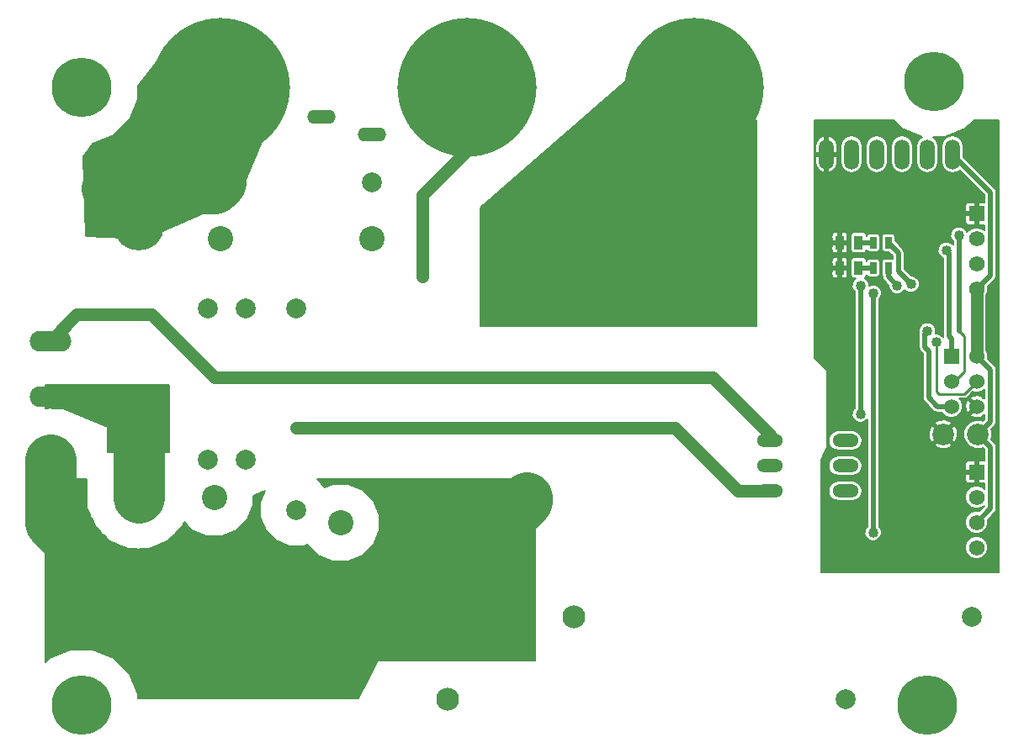
<source format=gtl>
G04 (created by PCBNEW (2013-mar-13)-testing) date Tue 07 May 2013 10:03:09 PM CEST*
%MOIN*%
G04 Gerber Fmt 3.4, Leading zero omitted, Abs format*
%FSLAX34Y34*%
G01*
G70*
G90*
G04 APERTURE LIST*
%ADD10C,2.3622e-06*%
%ADD11C,0.551181*%
%ADD12O,0.165X0.0825*%
%ADD13O,0.0593X0.1187*%
%ADD14C,0.0787*%
%ADD15C,0.0906*%
%ADD16C,0.2*%
%ADD17C,0.0859*%
%ADD18C,0.06*%
%ADD19R,0.06X0.06*%
%ADD20R,0.062X0.062*%
%ADD21C,0.062*%
%ADD22C,0.1575*%
%ADD23O,0.112X0.056*%
%ADD24C,0.1*%
%ADD25O,0.104X0.052*%
%ADD26C,0.2362*%
%ADD27R,0.035X0.055*%
%ADD28R,0.025X0.045*%
%ADD29C,0.04*%
%ADD30C,0.2047*%
%ADD31C,0.02*%
%ADD32C,0.01*%
%ADD33C,0.05*%
%ADD34C,0.008*%
G04 APERTURE END LIST*
G54D10*
G54D11*
X47250Y-28750D03*
X57000Y-28750D03*
X66000Y-28750D03*
G54D12*
X40500Y-43200D03*
X40500Y-41000D03*
X40500Y-38800D03*
G54D13*
X71250Y-31400D03*
X72250Y-31400D03*
X73250Y-31400D03*
X74250Y-31400D03*
X75250Y-31400D03*
X76250Y-31400D03*
G54D14*
X72000Y-53000D03*
G54D15*
X56252Y-53000D03*
G54D16*
X44000Y-45000D03*
X44000Y-42000D03*
X44000Y-31200D03*
X44000Y-34200D03*
G54D14*
X46750Y-43500D03*
X46750Y-37500D03*
X48250Y-43500D03*
X48250Y-37500D03*
X50250Y-37500D03*
X50250Y-45500D03*
G54D17*
X77250Y-42500D03*
X75875Y-42500D03*
G54D18*
X77200Y-39400D03*
X76200Y-40400D03*
X77200Y-40400D03*
X76200Y-41400D03*
X77200Y-41400D03*
G54D19*
X76200Y-39400D03*
G54D20*
X77200Y-44000D03*
G54D21*
X77200Y-45000D03*
X77200Y-46000D03*
X77200Y-47000D03*
G54D20*
X77200Y-33750D03*
G54D21*
X77200Y-34750D03*
X77200Y-35750D03*
X77200Y-36750D03*
G54D22*
X59374Y-45000D03*
X59374Y-37126D03*
G54D23*
X51250Y-29900D03*
X53250Y-30600D03*
G54D24*
X52000Y-46000D03*
X52000Y-52000D03*
X47250Y-34750D03*
X53250Y-34750D03*
X47000Y-45000D03*
X47000Y-49000D03*
G54D25*
X72000Y-44750D03*
X72000Y-43750D03*
X72000Y-42750D03*
X69000Y-42750D03*
X69000Y-43750D03*
X69000Y-44750D03*
G54D26*
X41750Y-28750D03*
X75500Y-28500D03*
X41750Y-53250D03*
X75250Y-53250D03*
G54D14*
X47250Y-32500D03*
X53250Y-32500D03*
G54D27*
X72525Y-35900D03*
X71775Y-35900D03*
X72525Y-34900D03*
X71775Y-34900D03*
G54D28*
X73700Y-34900D03*
X73100Y-34900D03*
X73700Y-35900D03*
X73100Y-35900D03*
G54D14*
X77000Y-49750D03*
G54D15*
X61252Y-49750D03*
G54D29*
X76000Y-35200D03*
X75600Y-38850D03*
X55250Y-36250D03*
X75250Y-38400D03*
X76500Y-34600D03*
X74300Y-46700D03*
X73600Y-46700D03*
X72200Y-46700D03*
X72100Y-46100D03*
X71300Y-45600D03*
X75550Y-37850D03*
X75350Y-37250D03*
X76000Y-45750D03*
X75250Y-45750D03*
X74600Y-36550D03*
X74050Y-36600D03*
X50250Y-42250D03*
X72600Y-41700D03*
X72600Y-36600D03*
X73100Y-36900D03*
X73100Y-46400D03*
G54D30*
X44000Y-45000D02*
X44000Y-42000D01*
G54D31*
X76200Y-39400D02*
X76200Y-38700D01*
X76100Y-35300D02*
X76000Y-35200D01*
X76100Y-38600D02*
X76100Y-35300D01*
X76200Y-38700D02*
X76100Y-38600D01*
G54D32*
X77200Y-40400D02*
X76700Y-40900D01*
X75600Y-38850D02*
X75600Y-38850D01*
X75600Y-40800D02*
X75600Y-38850D01*
X75700Y-40900D02*
X75600Y-40800D01*
X76700Y-40900D02*
X75700Y-40900D01*
G54D33*
X57000Y-28750D02*
X57000Y-31250D01*
X55250Y-33000D02*
X55250Y-36250D01*
X57000Y-31250D02*
X55250Y-33000D01*
G54D31*
X76200Y-41400D02*
X75650Y-41400D01*
X75150Y-38500D02*
X75250Y-38400D01*
X75150Y-38500D02*
X75150Y-39050D01*
X75300Y-39200D02*
X75150Y-39050D01*
X75300Y-41050D02*
X75300Y-39200D01*
X75650Y-41400D02*
X75300Y-41050D01*
G54D32*
X76700Y-38600D02*
X76500Y-38400D01*
X76200Y-40400D02*
X76300Y-40400D01*
X76700Y-40000D02*
X76700Y-39500D01*
X76300Y-40400D02*
X76700Y-40000D01*
X76700Y-39500D02*
X76700Y-38600D01*
G54D31*
X76500Y-38400D02*
X76500Y-34600D01*
X73400Y-46900D02*
X73600Y-46700D01*
X72400Y-46900D02*
X73400Y-46900D01*
X72200Y-46700D02*
X72400Y-46900D01*
X72000Y-46100D02*
X72100Y-46100D01*
X71300Y-45600D02*
X72000Y-46100D01*
X75550Y-37450D02*
X75550Y-37850D01*
X75350Y-37250D02*
X75550Y-37450D01*
X75250Y-45750D02*
X76000Y-45750D01*
G54D33*
X69000Y-42750D02*
X69000Y-42500D01*
X41550Y-37750D02*
X40500Y-38800D01*
X42750Y-37750D02*
X44500Y-37750D01*
X44500Y-37750D02*
X47000Y-40250D01*
X47000Y-40250D02*
X66750Y-40250D01*
X42750Y-37750D02*
X41550Y-37750D01*
X69000Y-42500D02*
X66750Y-40250D01*
G54D30*
X59374Y-45000D02*
X59374Y-45126D01*
X59374Y-45126D02*
X56000Y-48500D01*
X56000Y-48500D02*
X43000Y-48500D01*
X43000Y-48500D02*
X40500Y-46000D01*
X40500Y-46000D02*
X40500Y-43800D01*
X40500Y-43800D02*
X40500Y-43500D01*
G54D31*
X73700Y-34900D02*
X74100Y-35300D01*
X74100Y-36050D02*
X74600Y-36550D01*
X74100Y-35300D02*
X74100Y-36050D01*
X72525Y-34900D02*
X73100Y-34900D01*
X73700Y-35900D02*
X73700Y-36250D01*
X73700Y-36250D02*
X74050Y-36600D01*
X73100Y-35900D02*
X72525Y-35900D01*
G54D30*
X47250Y-32500D02*
X47000Y-32750D01*
X47000Y-32750D02*
X44750Y-32750D01*
X43750Y-33750D02*
X44750Y-32750D01*
X42750Y-32750D02*
X43750Y-31750D01*
X43750Y-31750D02*
X47250Y-28250D01*
X44750Y-32750D02*
X47250Y-30250D01*
X47250Y-30250D02*
X47250Y-28250D01*
X47250Y-32500D02*
X47250Y-28250D01*
G54D33*
X69000Y-44750D02*
X67750Y-44750D01*
X65250Y-42250D02*
X50250Y-42250D01*
X67750Y-44750D02*
X65250Y-42250D01*
G54D31*
X72600Y-36600D02*
X72600Y-41700D01*
X77200Y-36750D02*
X77750Y-36200D01*
X77750Y-32900D02*
X76250Y-31400D01*
X77750Y-36200D02*
X77750Y-32900D01*
X77200Y-46000D02*
X77750Y-45450D01*
X77750Y-43000D02*
X77250Y-42500D01*
X77750Y-45450D02*
X77750Y-43000D01*
X77200Y-39400D02*
X77750Y-39950D01*
X77750Y-39950D02*
X77750Y-42000D01*
X77750Y-42000D02*
X77250Y-42500D01*
G54D33*
X77200Y-39400D02*
X77200Y-36700D01*
G54D31*
X73100Y-46400D02*
X73100Y-36900D01*
G54D10*
G36*
X78090Y-47960D02*
X77990Y-47960D01*
X77990Y-45450D01*
X77990Y-43000D01*
X77971Y-42908D01*
X77919Y-42830D01*
X77785Y-42695D01*
X77819Y-42613D01*
X77819Y-42387D01*
X77785Y-42304D01*
X77919Y-42169D01*
X77971Y-42091D01*
X77989Y-42000D01*
X77990Y-42000D01*
X77990Y-39950D01*
X77971Y-39858D01*
X77919Y-39780D01*
X77919Y-39780D01*
X77636Y-39496D01*
X77639Y-39487D01*
X77640Y-39312D01*
X77590Y-39191D01*
X77590Y-36984D01*
X77649Y-36839D01*
X77650Y-36660D01*
X77643Y-36645D01*
X77919Y-36369D01*
X77919Y-36369D01*
X77971Y-36291D01*
X77989Y-36200D01*
X77990Y-36200D01*
X77990Y-32900D01*
X77971Y-32808D01*
X77919Y-32730D01*
X77919Y-32730D01*
X76686Y-31497D01*
X76686Y-31088D01*
X76653Y-30921D01*
X76558Y-30779D01*
X76417Y-30685D01*
X76250Y-30652D01*
X76082Y-30685D01*
X75941Y-30779D01*
X75846Y-30921D01*
X75813Y-31088D01*
X75813Y-31711D01*
X75846Y-31878D01*
X75941Y-32020D01*
X76082Y-32114D01*
X76250Y-32147D01*
X76417Y-32114D01*
X76541Y-32031D01*
X77510Y-32999D01*
X77510Y-33300D01*
X77482Y-33299D01*
X77295Y-33300D01*
X77260Y-33335D01*
X77260Y-33690D01*
X77267Y-33690D01*
X77267Y-33810D01*
X77260Y-33810D01*
X77260Y-34165D01*
X77295Y-34200D01*
X77482Y-34200D01*
X77510Y-34199D01*
X77510Y-34423D01*
X77455Y-34368D01*
X77289Y-34300D01*
X77140Y-34299D01*
X77140Y-34165D01*
X77140Y-33810D01*
X77140Y-33690D01*
X77140Y-33335D01*
X77105Y-33300D01*
X76917Y-33299D01*
X76862Y-33300D01*
X76810Y-33321D01*
X76771Y-33360D01*
X76749Y-33412D01*
X76750Y-33655D01*
X76785Y-33690D01*
X77140Y-33690D01*
X77140Y-33810D01*
X76785Y-33810D01*
X76750Y-33845D01*
X76749Y-34087D01*
X76771Y-34139D01*
X76810Y-34178D01*
X76862Y-34199D01*
X76917Y-34200D01*
X77105Y-34200D01*
X77140Y-34165D01*
X77140Y-34299D01*
X77110Y-34299D01*
X76945Y-34368D01*
X76822Y-34490D01*
X76788Y-34407D01*
X76692Y-34311D01*
X76567Y-34260D01*
X76432Y-34259D01*
X76307Y-34311D01*
X76211Y-34407D01*
X76160Y-34532D01*
X76159Y-34667D01*
X76211Y-34792D01*
X76260Y-34840D01*
X76260Y-34979D01*
X76192Y-34911D01*
X76067Y-34860D01*
X75932Y-34859D01*
X75807Y-34911D01*
X75711Y-35007D01*
X75660Y-35132D01*
X75659Y-35267D01*
X75711Y-35392D01*
X75807Y-35488D01*
X75860Y-35510D01*
X75860Y-38600D01*
X75867Y-38636D01*
X75792Y-38561D01*
X75667Y-38510D01*
X75572Y-38509D01*
X75589Y-38467D01*
X75590Y-38332D01*
X75538Y-38207D01*
X75442Y-38111D01*
X75317Y-38060D01*
X75182Y-38059D01*
X75057Y-38111D01*
X74961Y-38207D01*
X74940Y-38259D01*
X74940Y-36482D01*
X74888Y-36357D01*
X74792Y-36261D01*
X74686Y-36217D01*
X74686Y-31711D01*
X74686Y-31088D01*
X74653Y-30921D01*
X74558Y-30779D01*
X74417Y-30685D01*
X74250Y-30652D01*
X74082Y-30685D01*
X73941Y-30779D01*
X73846Y-30921D01*
X73813Y-31088D01*
X73813Y-31711D01*
X73846Y-31878D01*
X73941Y-32020D01*
X74082Y-32114D01*
X74250Y-32147D01*
X74417Y-32114D01*
X74558Y-32020D01*
X74653Y-31878D01*
X74686Y-31711D01*
X74686Y-36217D01*
X74667Y-36210D01*
X74599Y-36209D01*
X74340Y-35950D01*
X74340Y-35300D01*
X74339Y-35299D01*
X74321Y-35208D01*
X74290Y-35161D01*
X74269Y-35130D01*
X74269Y-35130D01*
X73965Y-34825D01*
X73965Y-34647D01*
X73943Y-34595D01*
X73904Y-34556D01*
X73852Y-34535D01*
X73797Y-34534D01*
X73686Y-34534D01*
X73686Y-31711D01*
X73686Y-31088D01*
X73653Y-30921D01*
X73558Y-30779D01*
X73417Y-30685D01*
X73250Y-30652D01*
X73082Y-30685D01*
X72941Y-30779D01*
X72846Y-30921D01*
X72813Y-31088D01*
X72813Y-31711D01*
X72846Y-31878D01*
X72941Y-32020D01*
X73082Y-32114D01*
X73250Y-32147D01*
X73417Y-32114D01*
X73558Y-32020D01*
X73653Y-31878D01*
X73686Y-31711D01*
X73686Y-34534D01*
X73547Y-34534D01*
X73495Y-34556D01*
X73456Y-34595D01*
X73435Y-34647D01*
X73434Y-34702D01*
X73434Y-35152D01*
X73456Y-35204D01*
X73495Y-35243D01*
X73547Y-35264D01*
X73602Y-35265D01*
X73725Y-35265D01*
X73860Y-35399D01*
X73860Y-35537D01*
X73852Y-35535D01*
X73797Y-35534D01*
X73547Y-35534D01*
X73495Y-35556D01*
X73456Y-35595D01*
X73435Y-35647D01*
X73434Y-35702D01*
X73434Y-36152D01*
X73456Y-36204D01*
X73460Y-36207D01*
X73460Y-36250D01*
X73478Y-36341D01*
X73530Y-36419D01*
X73710Y-36599D01*
X73709Y-36667D01*
X73761Y-36792D01*
X73857Y-36888D01*
X73982Y-36939D01*
X74117Y-36940D01*
X74242Y-36888D01*
X74338Y-36792D01*
X74345Y-36775D01*
X74407Y-36838D01*
X74532Y-36889D01*
X74667Y-36890D01*
X74792Y-36838D01*
X74888Y-36742D01*
X74939Y-36617D01*
X74940Y-36482D01*
X74940Y-38259D01*
X74910Y-38332D01*
X74909Y-38467D01*
X74914Y-38478D01*
X74910Y-38500D01*
X74910Y-39050D01*
X74928Y-39141D01*
X74980Y-39219D01*
X75060Y-39299D01*
X75060Y-41050D01*
X75078Y-41141D01*
X75130Y-41219D01*
X75480Y-41569D01*
X75480Y-41569D01*
X75558Y-41621D01*
X75649Y-41639D01*
X75650Y-41640D01*
X75823Y-41640D01*
X75826Y-41648D01*
X75950Y-41772D01*
X76112Y-41839D01*
X76287Y-41840D01*
X76448Y-41773D01*
X76572Y-41649D01*
X76639Y-41487D01*
X76640Y-41312D01*
X76573Y-41151D01*
X76512Y-41090D01*
X76700Y-41090D01*
X76772Y-41075D01*
X76834Y-41034D01*
X77053Y-40815D01*
X77112Y-40839D01*
X77287Y-40840D01*
X77448Y-40773D01*
X77510Y-40712D01*
X77510Y-41076D01*
X77474Y-41040D01*
X77446Y-41068D01*
X77412Y-41005D01*
X77245Y-40953D01*
X77071Y-40970D01*
X76987Y-41005D01*
X76953Y-41068D01*
X77200Y-41315D01*
X77205Y-41309D01*
X77290Y-41394D01*
X77284Y-41400D01*
X77290Y-41405D01*
X77205Y-41490D01*
X77200Y-41484D01*
X77115Y-41569D01*
X77115Y-41400D01*
X76868Y-41153D01*
X76805Y-41187D01*
X76753Y-41354D01*
X76770Y-41528D01*
X76805Y-41612D01*
X76868Y-41646D01*
X77115Y-41400D01*
X77115Y-41569D01*
X76953Y-41731D01*
X76987Y-41794D01*
X77154Y-41846D01*
X77328Y-41829D01*
X77412Y-41794D01*
X77446Y-41731D01*
X77446Y-41731D01*
X77474Y-41759D01*
X77510Y-41723D01*
X77510Y-41900D01*
X77446Y-41963D01*
X77445Y-41964D01*
X77363Y-41930D01*
X77137Y-41930D01*
X76927Y-42016D01*
X76767Y-42176D01*
X76680Y-42386D01*
X76680Y-42612D01*
X76766Y-42822D01*
X76926Y-42982D01*
X77136Y-43069D01*
X77362Y-43069D01*
X77445Y-43035D01*
X77510Y-43099D01*
X77510Y-43550D01*
X77482Y-43549D01*
X77295Y-43550D01*
X77260Y-43585D01*
X77260Y-43940D01*
X77267Y-43940D01*
X77267Y-44060D01*
X77260Y-44060D01*
X77260Y-44415D01*
X77295Y-44450D01*
X77482Y-44450D01*
X77510Y-44449D01*
X77510Y-44673D01*
X77455Y-44618D01*
X77289Y-44550D01*
X77140Y-44549D01*
X77140Y-44415D01*
X77140Y-44060D01*
X77140Y-43940D01*
X77140Y-43585D01*
X77105Y-43550D01*
X76917Y-43549D01*
X76862Y-43550D01*
X76810Y-43571D01*
X76771Y-43610D01*
X76749Y-43662D01*
X76750Y-43905D01*
X76785Y-43940D01*
X77140Y-43940D01*
X77140Y-44060D01*
X76785Y-44060D01*
X76750Y-44095D01*
X76749Y-44337D01*
X76771Y-44389D01*
X76810Y-44428D01*
X76862Y-44449D01*
X76917Y-44450D01*
X77105Y-44450D01*
X77140Y-44415D01*
X77140Y-44549D01*
X77110Y-44549D01*
X76945Y-44618D01*
X76818Y-44744D01*
X76750Y-44910D01*
X76749Y-45089D01*
X76818Y-45254D01*
X76944Y-45381D01*
X77110Y-45449D01*
X77289Y-45450D01*
X77454Y-45381D01*
X77510Y-45326D01*
X77510Y-45350D01*
X77304Y-45556D01*
X77289Y-45550D01*
X77110Y-45549D01*
X76945Y-45618D01*
X76818Y-45744D01*
X76750Y-45910D01*
X76749Y-46089D01*
X76818Y-46254D01*
X76944Y-46381D01*
X77110Y-46449D01*
X77289Y-46450D01*
X77454Y-46381D01*
X77581Y-46255D01*
X77649Y-46089D01*
X77650Y-45910D01*
X77643Y-45895D01*
X77919Y-45619D01*
X77919Y-45619D01*
X77971Y-45541D01*
X77989Y-45450D01*
X77990Y-45450D01*
X77990Y-47960D01*
X77650Y-47960D01*
X77650Y-46910D01*
X77581Y-46745D01*
X77455Y-46618D01*
X77289Y-46550D01*
X77110Y-46549D01*
X76945Y-46618D01*
X76818Y-46744D01*
X76750Y-46910D01*
X76749Y-47089D01*
X76818Y-47254D01*
X76944Y-47381D01*
X77110Y-47449D01*
X77289Y-47450D01*
X77454Y-47381D01*
X77581Y-47255D01*
X77649Y-47089D01*
X77650Y-46910D01*
X77650Y-47960D01*
X76450Y-47960D01*
X76450Y-42576D01*
X76436Y-42350D01*
X76377Y-42209D01*
X76300Y-42158D01*
X76216Y-42243D01*
X76216Y-42074D01*
X76165Y-41997D01*
X75951Y-41924D01*
X75725Y-41938D01*
X75584Y-41997D01*
X75533Y-42074D01*
X75875Y-42415D01*
X76216Y-42074D01*
X76216Y-42243D01*
X75959Y-42500D01*
X76300Y-42841D01*
X76377Y-42790D01*
X76450Y-42576D01*
X76450Y-47960D01*
X76216Y-47960D01*
X76216Y-42925D01*
X75875Y-42584D01*
X75790Y-42669D01*
X75790Y-42500D01*
X75449Y-42158D01*
X75372Y-42209D01*
X75299Y-42423D01*
X75313Y-42649D01*
X75372Y-42790D01*
X75449Y-42841D01*
X75790Y-42500D01*
X75790Y-42669D01*
X75533Y-42925D01*
X75584Y-43002D01*
X75798Y-43075D01*
X76024Y-43061D01*
X76165Y-43002D01*
X76216Y-42925D01*
X76216Y-47960D01*
X75500Y-47960D01*
X74750Y-47960D01*
X73440Y-47960D01*
X73440Y-46332D01*
X73388Y-46207D01*
X73340Y-46159D01*
X73340Y-37140D01*
X73388Y-37092D01*
X73439Y-36967D01*
X73440Y-36832D01*
X73388Y-36707D01*
X73292Y-36611D01*
X73167Y-36560D01*
X73032Y-36559D01*
X72940Y-36598D01*
X72940Y-36532D01*
X72888Y-36407D01*
X72792Y-36311D01*
X72764Y-36299D01*
X72779Y-36293D01*
X72818Y-36254D01*
X72839Y-36202D01*
X72840Y-36164D01*
X72856Y-36204D01*
X72895Y-36243D01*
X72947Y-36264D01*
X73002Y-36265D01*
X73252Y-36265D01*
X73304Y-36243D01*
X73343Y-36204D01*
X73364Y-36152D01*
X73365Y-36097D01*
X73365Y-35647D01*
X73365Y-35097D01*
X73365Y-34647D01*
X73343Y-34595D01*
X73304Y-34556D01*
X73252Y-34535D01*
X73197Y-34534D01*
X72947Y-34534D01*
X72895Y-34556D01*
X72856Y-34595D01*
X72840Y-34634D01*
X72840Y-34597D01*
X72818Y-34545D01*
X72779Y-34506D01*
X72727Y-34485D01*
X72686Y-34484D01*
X72686Y-31711D01*
X72686Y-31088D01*
X72653Y-30921D01*
X72558Y-30779D01*
X72417Y-30685D01*
X72250Y-30652D01*
X72082Y-30685D01*
X71941Y-30779D01*
X71846Y-30921D01*
X71813Y-31088D01*
X71813Y-31711D01*
X71846Y-31878D01*
X71941Y-32020D01*
X72082Y-32114D01*
X72250Y-32147D01*
X72417Y-32114D01*
X72558Y-32020D01*
X72653Y-31878D01*
X72686Y-31711D01*
X72686Y-34484D01*
X72672Y-34484D01*
X72322Y-34484D01*
X72270Y-34506D01*
X72231Y-34545D01*
X72210Y-34597D01*
X72209Y-34652D01*
X72209Y-35202D01*
X72231Y-35254D01*
X72270Y-35293D01*
X72322Y-35314D01*
X72377Y-35315D01*
X72727Y-35315D01*
X72779Y-35293D01*
X72818Y-35254D01*
X72839Y-35202D01*
X72840Y-35164D01*
X72856Y-35204D01*
X72895Y-35243D01*
X72947Y-35264D01*
X73002Y-35265D01*
X73252Y-35265D01*
X73304Y-35243D01*
X73343Y-35204D01*
X73364Y-35152D01*
X73365Y-35097D01*
X73365Y-35647D01*
X73343Y-35595D01*
X73304Y-35556D01*
X73252Y-35535D01*
X73197Y-35534D01*
X72947Y-35534D01*
X72895Y-35556D01*
X72856Y-35595D01*
X72840Y-35634D01*
X72840Y-35597D01*
X72818Y-35545D01*
X72779Y-35506D01*
X72727Y-35485D01*
X72672Y-35484D01*
X72322Y-35484D01*
X72270Y-35506D01*
X72231Y-35545D01*
X72210Y-35597D01*
X72209Y-35652D01*
X72209Y-36202D01*
X72231Y-36254D01*
X72270Y-36293D01*
X72322Y-36314D01*
X72377Y-36315D01*
X72404Y-36315D01*
X72311Y-36407D01*
X72260Y-36532D01*
X72259Y-36667D01*
X72311Y-36792D01*
X72360Y-36840D01*
X72360Y-41459D01*
X72311Y-41507D01*
X72260Y-41632D01*
X72259Y-41767D01*
X72311Y-41892D01*
X72407Y-41988D01*
X72532Y-42039D01*
X72667Y-42040D01*
X72792Y-41988D01*
X72860Y-41920D01*
X72860Y-46159D01*
X72811Y-46207D01*
X72760Y-46332D01*
X72759Y-46467D01*
X72811Y-46592D01*
X72907Y-46688D01*
X73032Y-46739D01*
X73167Y-46740D01*
X73292Y-46688D01*
X73388Y-46592D01*
X73439Y-46467D01*
X73440Y-46332D01*
X73440Y-47960D01*
X72672Y-47960D01*
X72672Y-44750D01*
X72672Y-43750D01*
X72672Y-42750D01*
X72642Y-42596D01*
X72555Y-42467D01*
X72426Y-42380D01*
X72272Y-42350D01*
X72090Y-42350D01*
X72090Y-36147D01*
X72090Y-35652D01*
X72090Y-35147D01*
X72090Y-34652D01*
X72089Y-34597D01*
X72068Y-34545D01*
X72029Y-34506D01*
X71977Y-34484D01*
X71870Y-34485D01*
X71835Y-34520D01*
X71835Y-34840D01*
X72055Y-34840D01*
X72090Y-34805D01*
X72090Y-34652D01*
X72090Y-35147D01*
X72090Y-34995D01*
X72055Y-34960D01*
X71835Y-34960D01*
X71835Y-35280D01*
X71870Y-35315D01*
X71977Y-35315D01*
X72029Y-35293D01*
X72068Y-35254D01*
X72089Y-35202D01*
X72090Y-35147D01*
X72090Y-35652D01*
X72089Y-35597D01*
X72068Y-35545D01*
X72029Y-35506D01*
X71977Y-35484D01*
X71870Y-35485D01*
X71835Y-35520D01*
X71835Y-35840D01*
X72055Y-35840D01*
X72090Y-35805D01*
X72090Y-35652D01*
X72090Y-36147D01*
X72090Y-35995D01*
X72055Y-35960D01*
X71835Y-35960D01*
X71835Y-36280D01*
X71870Y-36315D01*
X71977Y-36315D01*
X72029Y-36293D01*
X72068Y-36254D01*
X72089Y-36202D01*
X72090Y-36147D01*
X72090Y-42350D01*
X71727Y-42350D01*
X71715Y-42352D01*
X71715Y-36280D01*
X71715Y-35960D01*
X71715Y-35840D01*
X71715Y-35520D01*
X71715Y-35280D01*
X71715Y-34960D01*
X71715Y-34840D01*
X71715Y-34520D01*
X71686Y-34491D01*
X71686Y-31757D01*
X71686Y-31460D01*
X71686Y-31340D01*
X71686Y-31043D01*
X71630Y-30880D01*
X71516Y-30751D01*
X71376Y-30685D01*
X71310Y-30706D01*
X71310Y-31340D01*
X71686Y-31340D01*
X71686Y-31460D01*
X71310Y-31460D01*
X71310Y-32093D01*
X71376Y-32114D01*
X71516Y-32048D01*
X71630Y-31919D01*
X71686Y-31757D01*
X71686Y-34491D01*
X71680Y-34485D01*
X71572Y-34484D01*
X71520Y-34506D01*
X71481Y-34545D01*
X71460Y-34597D01*
X71459Y-34652D01*
X71460Y-34805D01*
X71495Y-34840D01*
X71715Y-34840D01*
X71715Y-34960D01*
X71495Y-34960D01*
X71460Y-34995D01*
X71459Y-35147D01*
X71460Y-35202D01*
X71481Y-35254D01*
X71520Y-35293D01*
X71572Y-35315D01*
X71680Y-35315D01*
X71715Y-35280D01*
X71715Y-35520D01*
X71680Y-35485D01*
X71572Y-35484D01*
X71520Y-35506D01*
X71481Y-35545D01*
X71460Y-35597D01*
X71459Y-35652D01*
X71460Y-35805D01*
X71495Y-35840D01*
X71715Y-35840D01*
X71715Y-35960D01*
X71495Y-35960D01*
X71460Y-35995D01*
X71459Y-36147D01*
X71460Y-36202D01*
X71481Y-36254D01*
X71520Y-36293D01*
X71572Y-36315D01*
X71680Y-36315D01*
X71715Y-36280D01*
X71715Y-42352D01*
X71573Y-42380D01*
X71444Y-42467D01*
X71357Y-42596D01*
X71327Y-42750D01*
X71357Y-42903D01*
X71444Y-43032D01*
X71573Y-43119D01*
X71727Y-43150D01*
X72272Y-43150D01*
X72426Y-43119D01*
X72555Y-43032D01*
X72642Y-42903D01*
X72672Y-42750D01*
X72672Y-43750D01*
X72642Y-43596D01*
X72555Y-43467D01*
X72426Y-43380D01*
X72272Y-43350D01*
X71727Y-43350D01*
X71573Y-43380D01*
X71444Y-43467D01*
X71357Y-43596D01*
X71327Y-43750D01*
X71357Y-43903D01*
X71444Y-44032D01*
X71573Y-44119D01*
X71727Y-44150D01*
X72272Y-44150D01*
X72426Y-44119D01*
X72555Y-44032D01*
X72642Y-43903D01*
X72672Y-43750D01*
X72672Y-44750D01*
X72642Y-44596D01*
X72555Y-44467D01*
X72426Y-44380D01*
X72272Y-44350D01*
X71727Y-44350D01*
X71573Y-44380D01*
X71444Y-44467D01*
X71357Y-44596D01*
X71327Y-44750D01*
X71357Y-44903D01*
X71444Y-45032D01*
X71573Y-45119D01*
X71727Y-45150D01*
X72272Y-45150D01*
X72426Y-45119D01*
X72555Y-45032D01*
X72642Y-44903D01*
X72672Y-44750D01*
X72672Y-47960D01*
X71040Y-47960D01*
X71040Y-43509D01*
X71290Y-43009D01*
X71290Y-39983D01*
X71190Y-39883D01*
X71190Y-32093D01*
X71190Y-31460D01*
X71190Y-31340D01*
X71190Y-30706D01*
X71123Y-30685D01*
X70983Y-30751D01*
X70869Y-30880D01*
X70813Y-31043D01*
X70813Y-31340D01*
X71190Y-31340D01*
X71190Y-31460D01*
X70813Y-31460D01*
X70813Y-31757D01*
X70869Y-31919D01*
X70983Y-32048D01*
X71123Y-32114D01*
X71190Y-32093D01*
X71190Y-39883D01*
X70790Y-39483D01*
X70790Y-30040D01*
X73899Y-30040D01*
X74240Y-30381D01*
X75040Y-30713D01*
X74941Y-30779D01*
X74846Y-30921D01*
X74813Y-31088D01*
X74813Y-31711D01*
X74846Y-31878D01*
X74941Y-32020D01*
X75082Y-32114D01*
X75250Y-32147D01*
X75417Y-32114D01*
X75558Y-32020D01*
X75653Y-31878D01*
X75686Y-31711D01*
X75686Y-31088D01*
X75653Y-30921D01*
X75558Y-30779D01*
X75470Y-30720D01*
X75939Y-30721D01*
X76756Y-30383D01*
X77101Y-30040D01*
X78090Y-30040D01*
X78090Y-47960D01*
X78090Y-47960D01*
G37*
G54D34*
X78090Y-47960D02*
X77990Y-47960D01*
X77990Y-45450D01*
X77990Y-43000D01*
X77971Y-42908D01*
X77919Y-42830D01*
X77785Y-42695D01*
X77819Y-42613D01*
X77819Y-42387D01*
X77785Y-42304D01*
X77919Y-42169D01*
X77971Y-42091D01*
X77989Y-42000D01*
X77990Y-42000D01*
X77990Y-39950D01*
X77971Y-39858D01*
X77919Y-39780D01*
X77919Y-39780D01*
X77636Y-39496D01*
X77639Y-39487D01*
X77640Y-39312D01*
X77590Y-39191D01*
X77590Y-36984D01*
X77649Y-36839D01*
X77650Y-36660D01*
X77643Y-36645D01*
X77919Y-36369D01*
X77919Y-36369D01*
X77971Y-36291D01*
X77989Y-36200D01*
X77990Y-36200D01*
X77990Y-32900D01*
X77971Y-32808D01*
X77919Y-32730D01*
X77919Y-32730D01*
X76686Y-31497D01*
X76686Y-31088D01*
X76653Y-30921D01*
X76558Y-30779D01*
X76417Y-30685D01*
X76250Y-30652D01*
X76082Y-30685D01*
X75941Y-30779D01*
X75846Y-30921D01*
X75813Y-31088D01*
X75813Y-31711D01*
X75846Y-31878D01*
X75941Y-32020D01*
X76082Y-32114D01*
X76250Y-32147D01*
X76417Y-32114D01*
X76541Y-32031D01*
X77510Y-32999D01*
X77510Y-33300D01*
X77482Y-33299D01*
X77295Y-33300D01*
X77260Y-33335D01*
X77260Y-33690D01*
X77267Y-33690D01*
X77267Y-33810D01*
X77260Y-33810D01*
X77260Y-34165D01*
X77295Y-34200D01*
X77482Y-34200D01*
X77510Y-34199D01*
X77510Y-34423D01*
X77455Y-34368D01*
X77289Y-34300D01*
X77140Y-34299D01*
X77140Y-34165D01*
X77140Y-33810D01*
X77140Y-33690D01*
X77140Y-33335D01*
X77105Y-33300D01*
X76917Y-33299D01*
X76862Y-33300D01*
X76810Y-33321D01*
X76771Y-33360D01*
X76749Y-33412D01*
X76750Y-33655D01*
X76785Y-33690D01*
X77140Y-33690D01*
X77140Y-33810D01*
X76785Y-33810D01*
X76750Y-33845D01*
X76749Y-34087D01*
X76771Y-34139D01*
X76810Y-34178D01*
X76862Y-34199D01*
X76917Y-34200D01*
X77105Y-34200D01*
X77140Y-34165D01*
X77140Y-34299D01*
X77110Y-34299D01*
X76945Y-34368D01*
X76822Y-34490D01*
X76788Y-34407D01*
X76692Y-34311D01*
X76567Y-34260D01*
X76432Y-34259D01*
X76307Y-34311D01*
X76211Y-34407D01*
X76160Y-34532D01*
X76159Y-34667D01*
X76211Y-34792D01*
X76260Y-34840D01*
X76260Y-34979D01*
X76192Y-34911D01*
X76067Y-34860D01*
X75932Y-34859D01*
X75807Y-34911D01*
X75711Y-35007D01*
X75660Y-35132D01*
X75659Y-35267D01*
X75711Y-35392D01*
X75807Y-35488D01*
X75860Y-35510D01*
X75860Y-38600D01*
X75867Y-38636D01*
X75792Y-38561D01*
X75667Y-38510D01*
X75572Y-38509D01*
X75589Y-38467D01*
X75590Y-38332D01*
X75538Y-38207D01*
X75442Y-38111D01*
X75317Y-38060D01*
X75182Y-38059D01*
X75057Y-38111D01*
X74961Y-38207D01*
X74940Y-38259D01*
X74940Y-36482D01*
X74888Y-36357D01*
X74792Y-36261D01*
X74686Y-36217D01*
X74686Y-31711D01*
X74686Y-31088D01*
X74653Y-30921D01*
X74558Y-30779D01*
X74417Y-30685D01*
X74250Y-30652D01*
X74082Y-30685D01*
X73941Y-30779D01*
X73846Y-30921D01*
X73813Y-31088D01*
X73813Y-31711D01*
X73846Y-31878D01*
X73941Y-32020D01*
X74082Y-32114D01*
X74250Y-32147D01*
X74417Y-32114D01*
X74558Y-32020D01*
X74653Y-31878D01*
X74686Y-31711D01*
X74686Y-36217D01*
X74667Y-36210D01*
X74599Y-36209D01*
X74340Y-35950D01*
X74340Y-35300D01*
X74339Y-35299D01*
X74321Y-35208D01*
X74290Y-35161D01*
X74269Y-35130D01*
X74269Y-35130D01*
X73965Y-34825D01*
X73965Y-34647D01*
X73943Y-34595D01*
X73904Y-34556D01*
X73852Y-34535D01*
X73797Y-34534D01*
X73686Y-34534D01*
X73686Y-31711D01*
X73686Y-31088D01*
X73653Y-30921D01*
X73558Y-30779D01*
X73417Y-30685D01*
X73250Y-30652D01*
X73082Y-30685D01*
X72941Y-30779D01*
X72846Y-30921D01*
X72813Y-31088D01*
X72813Y-31711D01*
X72846Y-31878D01*
X72941Y-32020D01*
X73082Y-32114D01*
X73250Y-32147D01*
X73417Y-32114D01*
X73558Y-32020D01*
X73653Y-31878D01*
X73686Y-31711D01*
X73686Y-34534D01*
X73547Y-34534D01*
X73495Y-34556D01*
X73456Y-34595D01*
X73435Y-34647D01*
X73434Y-34702D01*
X73434Y-35152D01*
X73456Y-35204D01*
X73495Y-35243D01*
X73547Y-35264D01*
X73602Y-35265D01*
X73725Y-35265D01*
X73860Y-35399D01*
X73860Y-35537D01*
X73852Y-35535D01*
X73797Y-35534D01*
X73547Y-35534D01*
X73495Y-35556D01*
X73456Y-35595D01*
X73435Y-35647D01*
X73434Y-35702D01*
X73434Y-36152D01*
X73456Y-36204D01*
X73460Y-36207D01*
X73460Y-36250D01*
X73478Y-36341D01*
X73530Y-36419D01*
X73710Y-36599D01*
X73709Y-36667D01*
X73761Y-36792D01*
X73857Y-36888D01*
X73982Y-36939D01*
X74117Y-36940D01*
X74242Y-36888D01*
X74338Y-36792D01*
X74345Y-36775D01*
X74407Y-36838D01*
X74532Y-36889D01*
X74667Y-36890D01*
X74792Y-36838D01*
X74888Y-36742D01*
X74939Y-36617D01*
X74940Y-36482D01*
X74940Y-38259D01*
X74910Y-38332D01*
X74909Y-38467D01*
X74914Y-38478D01*
X74910Y-38500D01*
X74910Y-39050D01*
X74928Y-39141D01*
X74980Y-39219D01*
X75060Y-39299D01*
X75060Y-41050D01*
X75078Y-41141D01*
X75130Y-41219D01*
X75480Y-41569D01*
X75480Y-41569D01*
X75558Y-41621D01*
X75649Y-41639D01*
X75650Y-41640D01*
X75823Y-41640D01*
X75826Y-41648D01*
X75950Y-41772D01*
X76112Y-41839D01*
X76287Y-41840D01*
X76448Y-41773D01*
X76572Y-41649D01*
X76639Y-41487D01*
X76640Y-41312D01*
X76573Y-41151D01*
X76512Y-41090D01*
X76700Y-41090D01*
X76772Y-41075D01*
X76834Y-41034D01*
X77053Y-40815D01*
X77112Y-40839D01*
X77287Y-40840D01*
X77448Y-40773D01*
X77510Y-40712D01*
X77510Y-41076D01*
X77474Y-41040D01*
X77446Y-41068D01*
X77412Y-41005D01*
X77245Y-40953D01*
X77071Y-40970D01*
X76987Y-41005D01*
X76953Y-41068D01*
X77200Y-41315D01*
X77205Y-41309D01*
X77290Y-41394D01*
X77284Y-41400D01*
X77290Y-41405D01*
X77205Y-41490D01*
X77200Y-41484D01*
X77115Y-41569D01*
X77115Y-41400D01*
X76868Y-41153D01*
X76805Y-41187D01*
X76753Y-41354D01*
X76770Y-41528D01*
X76805Y-41612D01*
X76868Y-41646D01*
X77115Y-41400D01*
X77115Y-41569D01*
X76953Y-41731D01*
X76987Y-41794D01*
X77154Y-41846D01*
X77328Y-41829D01*
X77412Y-41794D01*
X77446Y-41731D01*
X77446Y-41731D01*
X77474Y-41759D01*
X77510Y-41723D01*
X77510Y-41900D01*
X77446Y-41963D01*
X77445Y-41964D01*
X77363Y-41930D01*
X77137Y-41930D01*
X76927Y-42016D01*
X76767Y-42176D01*
X76680Y-42386D01*
X76680Y-42612D01*
X76766Y-42822D01*
X76926Y-42982D01*
X77136Y-43069D01*
X77362Y-43069D01*
X77445Y-43035D01*
X77510Y-43099D01*
X77510Y-43550D01*
X77482Y-43549D01*
X77295Y-43550D01*
X77260Y-43585D01*
X77260Y-43940D01*
X77267Y-43940D01*
X77267Y-44060D01*
X77260Y-44060D01*
X77260Y-44415D01*
X77295Y-44450D01*
X77482Y-44450D01*
X77510Y-44449D01*
X77510Y-44673D01*
X77455Y-44618D01*
X77289Y-44550D01*
X77140Y-44549D01*
X77140Y-44415D01*
X77140Y-44060D01*
X77140Y-43940D01*
X77140Y-43585D01*
X77105Y-43550D01*
X76917Y-43549D01*
X76862Y-43550D01*
X76810Y-43571D01*
X76771Y-43610D01*
X76749Y-43662D01*
X76750Y-43905D01*
X76785Y-43940D01*
X77140Y-43940D01*
X77140Y-44060D01*
X76785Y-44060D01*
X76750Y-44095D01*
X76749Y-44337D01*
X76771Y-44389D01*
X76810Y-44428D01*
X76862Y-44449D01*
X76917Y-44450D01*
X77105Y-44450D01*
X77140Y-44415D01*
X77140Y-44549D01*
X77110Y-44549D01*
X76945Y-44618D01*
X76818Y-44744D01*
X76750Y-44910D01*
X76749Y-45089D01*
X76818Y-45254D01*
X76944Y-45381D01*
X77110Y-45449D01*
X77289Y-45450D01*
X77454Y-45381D01*
X77510Y-45326D01*
X77510Y-45350D01*
X77304Y-45556D01*
X77289Y-45550D01*
X77110Y-45549D01*
X76945Y-45618D01*
X76818Y-45744D01*
X76750Y-45910D01*
X76749Y-46089D01*
X76818Y-46254D01*
X76944Y-46381D01*
X77110Y-46449D01*
X77289Y-46450D01*
X77454Y-46381D01*
X77581Y-46255D01*
X77649Y-46089D01*
X77650Y-45910D01*
X77643Y-45895D01*
X77919Y-45619D01*
X77919Y-45619D01*
X77971Y-45541D01*
X77989Y-45450D01*
X77990Y-45450D01*
X77990Y-47960D01*
X77650Y-47960D01*
X77650Y-46910D01*
X77581Y-46745D01*
X77455Y-46618D01*
X77289Y-46550D01*
X77110Y-46549D01*
X76945Y-46618D01*
X76818Y-46744D01*
X76750Y-46910D01*
X76749Y-47089D01*
X76818Y-47254D01*
X76944Y-47381D01*
X77110Y-47449D01*
X77289Y-47450D01*
X77454Y-47381D01*
X77581Y-47255D01*
X77649Y-47089D01*
X77650Y-46910D01*
X77650Y-47960D01*
X76450Y-47960D01*
X76450Y-42576D01*
X76436Y-42350D01*
X76377Y-42209D01*
X76300Y-42158D01*
X76216Y-42243D01*
X76216Y-42074D01*
X76165Y-41997D01*
X75951Y-41924D01*
X75725Y-41938D01*
X75584Y-41997D01*
X75533Y-42074D01*
X75875Y-42415D01*
X76216Y-42074D01*
X76216Y-42243D01*
X75959Y-42500D01*
X76300Y-42841D01*
X76377Y-42790D01*
X76450Y-42576D01*
X76450Y-47960D01*
X76216Y-47960D01*
X76216Y-42925D01*
X75875Y-42584D01*
X75790Y-42669D01*
X75790Y-42500D01*
X75449Y-42158D01*
X75372Y-42209D01*
X75299Y-42423D01*
X75313Y-42649D01*
X75372Y-42790D01*
X75449Y-42841D01*
X75790Y-42500D01*
X75790Y-42669D01*
X75533Y-42925D01*
X75584Y-43002D01*
X75798Y-43075D01*
X76024Y-43061D01*
X76165Y-43002D01*
X76216Y-42925D01*
X76216Y-47960D01*
X75500Y-47960D01*
X74750Y-47960D01*
X73440Y-47960D01*
X73440Y-46332D01*
X73388Y-46207D01*
X73340Y-46159D01*
X73340Y-37140D01*
X73388Y-37092D01*
X73439Y-36967D01*
X73440Y-36832D01*
X73388Y-36707D01*
X73292Y-36611D01*
X73167Y-36560D01*
X73032Y-36559D01*
X72940Y-36598D01*
X72940Y-36532D01*
X72888Y-36407D01*
X72792Y-36311D01*
X72764Y-36299D01*
X72779Y-36293D01*
X72818Y-36254D01*
X72839Y-36202D01*
X72840Y-36164D01*
X72856Y-36204D01*
X72895Y-36243D01*
X72947Y-36264D01*
X73002Y-36265D01*
X73252Y-36265D01*
X73304Y-36243D01*
X73343Y-36204D01*
X73364Y-36152D01*
X73365Y-36097D01*
X73365Y-35647D01*
X73365Y-35097D01*
X73365Y-34647D01*
X73343Y-34595D01*
X73304Y-34556D01*
X73252Y-34535D01*
X73197Y-34534D01*
X72947Y-34534D01*
X72895Y-34556D01*
X72856Y-34595D01*
X72840Y-34634D01*
X72840Y-34597D01*
X72818Y-34545D01*
X72779Y-34506D01*
X72727Y-34485D01*
X72686Y-34484D01*
X72686Y-31711D01*
X72686Y-31088D01*
X72653Y-30921D01*
X72558Y-30779D01*
X72417Y-30685D01*
X72250Y-30652D01*
X72082Y-30685D01*
X71941Y-30779D01*
X71846Y-30921D01*
X71813Y-31088D01*
X71813Y-31711D01*
X71846Y-31878D01*
X71941Y-32020D01*
X72082Y-32114D01*
X72250Y-32147D01*
X72417Y-32114D01*
X72558Y-32020D01*
X72653Y-31878D01*
X72686Y-31711D01*
X72686Y-34484D01*
X72672Y-34484D01*
X72322Y-34484D01*
X72270Y-34506D01*
X72231Y-34545D01*
X72210Y-34597D01*
X72209Y-34652D01*
X72209Y-35202D01*
X72231Y-35254D01*
X72270Y-35293D01*
X72322Y-35314D01*
X72377Y-35315D01*
X72727Y-35315D01*
X72779Y-35293D01*
X72818Y-35254D01*
X72839Y-35202D01*
X72840Y-35164D01*
X72856Y-35204D01*
X72895Y-35243D01*
X72947Y-35264D01*
X73002Y-35265D01*
X73252Y-35265D01*
X73304Y-35243D01*
X73343Y-35204D01*
X73364Y-35152D01*
X73365Y-35097D01*
X73365Y-35647D01*
X73343Y-35595D01*
X73304Y-35556D01*
X73252Y-35535D01*
X73197Y-35534D01*
X72947Y-35534D01*
X72895Y-35556D01*
X72856Y-35595D01*
X72840Y-35634D01*
X72840Y-35597D01*
X72818Y-35545D01*
X72779Y-35506D01*
X72727Y-35485D01*
X72672Y-35484D01*
X72322Y-35484D01*
X72270Y-35506D01*
X72231Y-35545D01*
X72210Y-35597D01*
X72209Y-35652D01*
X72209Y-36202D01*
X72231Y-36254D01*
X72270Y-36293D01*
X72322Y-36314D01*
X72377Y-36315D01*
X72404Y-36315D01*
X72311Y-36407D01*
X72260Y-36532D01*
X72259Y-36667D01*
X72311Y-36792D01*
X72360Y-36840D01*
X72360Y-41459D01*
X72311Y-41507D01*
X72260Y-41632D01*
X72259Y-41767D01*
X72311Y-41892D01*
X72407Y-41988D01*
X72532Y-42039D01*
X72667Y-42040D01*
X72792Y-41988D01*
X72860Y-41920D01*
X72860Y-46159D01*
X72811Y-46207D01*
X72760Y-46332D01*
X72759Y-46467D01*
X72811Y-46592D01*
X72907Y-46688D01*
X73032Y-46739D01*
X73167Y-46740D01*
X73292Y-46688D01*
X73388Y-46592D01*
X73439Y-46467D01*
X73440Y-46332D01*
X73440Y-47960D01*
X72672Y-47960D01*
X72672Y-44750D01*
X72672Y-43750D01*
X72672Y-42750D01*
X72642Y-42596D01*
X72555Y-42467D01*
X72426Y-42380D01*
X72272Y-42350D01*
X72090Y-42350D01*
X72090Y-36147D01*
X72090Y-35652D01*
X72090Y-35147D01*
X72090Y-34652D01*
X72089Y-34597D01*
X72068Y-34545D01*
X72029Y-34506D01*
X71977Y-34484D01*
X71870Y-34485D01*
X71835Y-34520D01*
X71835Y-34840D01*
X72055Y-34840D01*
X72090Y-34805D01*
X72090Y-34652D01*
X72090Y-35147D01*
X72090Y-34995D01*
X72055Y-34960D01*
X71835Y-34960D01*
X71835Y-35280D01*
X71870Y-35315D01*
X71977Y-35315D01*
X72029Y-35293D01*
X72068Y-35254D01*
X72089Y-35202D01*
X72090Y-35147D01*
X72090Y-35652D01*
X72089Y-35597D01*
X72068Y-35545D01*
X72029Y-35506D01*
X71977Y-35484D01*
X71870Y-35485D01*
X71835Y-35520D01*
X71835Y-35840D01*
X72055Y-35840D01*
X72090Y-35805D01*
X72090Y-35652D01*
X72090Y-36147D01*
X72090Y-35995D01*
X72055Y-35960D01*
X71835Y-35960D01*
X71835Y-36280D01*
X71870Y-36315D01*
X71977Y-36315D01*
X72029Y-36293D01*
X72068Y-36254D01*
X72089Y-36202D01*
X72090Y-36147D01*
X72090Y-42350D01*
X71727Y-42350D01*
X71715Y-42352D01*
X71715Y-36280D01*
X71715Y-35960D01*
X71715Y-35840D01*
X71715Y-35520D01*
X71715Y-35280D01*
X71715Y-34960D01*
X71715Y-34840D01*
X71715Y-34520D01*
X71686Y-34491D01*
X71686Y-31757D01*
X71686Y-31460D01*
X71686Y-31340D01*
X71686Y-31043D01*
X71630Y-30880D01*
X71516Y-30751D01*
X71376Y-30685D01*
X71310Y-30706D01*
X71310Y-31340D01*
X71686Y-31340D01*
X71686Y-31460D01*
X71310Y-31460D01*
X71310Y-32093D01*
X71376Y-32114D01*
X71516Y-32048D01*
X71630Y-31919D01*
X71686Y-31757D01*
X71686Y-34491D01*
X71680Y-34485D01*
X71572Y-34484D01*
X71520Y-34506D01*
X71481Y-34545D01*
X71460Y-34597D01*
X71459Y-34652D01*
X71460Y-34805D01*
X71495Y-34840D01*
X71715Y-34840D01*
X71715Y-34960D01*
X71495Y-34960D01*
X71460Y-34995D01*
X71459Y-35147D01*
X71460Y-35202D01*
X71481Y-35254D01*
X71520Y-35293D01*
X71572Y-35315D01*
X71680Y-35315D01*
X71715Y-35280D01*
X71715Y-35520D01*
X71680Y-35485D01*
X71572Y-35484D01*
X71520Y-35506D01*
X71481Y-35545D01*
X71460Y-35597D01*
X71459Y-35652D01*
X71460Y-35805D01*
X71495Y-35840D01*
X71715Y-35840D01*
X71715Y-35960D01*
X71495Y-35960D01*
X71460Y-35995D01*
X71459Y-36147D01*
X71460Y-36202D01*
X71481Y-36254D01*
X71520Y-36293D01*
X71572Y-36315D01*
X71680Y-36315D01*
X71715Y-36280D01*
X71715Y-42352D01*
X71573Y-42380D01*
X71444Y-42467D01*
X71357Y-42596D01*
X71327Y-42750D01*
X71357Y-42903D01*
X71444Y-43032D01*
X71573Y-43119D01*
X71727Y-43150D01*
X72272Y-43150D01*
X72426Y-43119D01*
X72555Y-43032D01*
X72642Y-42903D01*
X72672Y-42750D01*
X72672Y-43750D01*
X72642Y-43596D01*
X72555Y-43467D01*
X72426Y-43380D01*
X72272Y-43350D01*
X71727Y-43350D01*
X71573Y-43380D01*
X71444Y-43467D01*
X71357Y-43596D01*
X71327Y-43750D01*
X71357Y-43903D01*
X71444Y-44032D01*
X71573Y-44119D01*
X71727Y-44150D01*
X72272Y-44150D01*
X72426Y-44119D01*
X72555Y-44032D01*
X72642Y-43903D01*
X72672Y-43750D01*
X72672Y-44750D01*
X72642Y-44596D01*
X72555Y-44467D01*
X72426Y-44380D01*
X72272Y-44350D01*
X71727Y-44350D01*
X71573Y-44380D01*
X71444Y-44467D01*
X71357Y-44596D01*
X71327Y-44750D01*
X71357Y-44903D01*
X71444Y-45032D01*
X71573Y-45119D01*
X71727Y-45150D01*
X72272Y-45150D01*
X72426Y-45119D01*
X72555Y-45032D01*
X72642Y-44903D01*
X72672Y-44750D01*
X72672Y-47960D01*
X71040Y-47960D01*
X71040Y-43509D01*
X71290Y-43009D01*
X71290Y-39983D01*
X71190Y-39883D01*
X71190Y-32093D01*
X71190Y-31460D01*
X71190Y-31340D01*
X71190Y-30706D01*
X71123Y-30685D01*
X70983Y-30751D01*
X70869Y-30880D01*
X70813Y-31043D01*
X70813Y-31340D01*
X71190Y-31340D01*
X71190Y-31460D01*
X70813Y-31460D01*
X70813Y-31757D01*
X70869Y-31919D01*
X70983Y-32048D01*
X71123Y-32114D01*
X71190Y-32093D01*
X71190Y-39883D01*
X70790Y-39483D01*
X70790Y-30040D01*
X73899Y-30040D01*
X74240Y-30381D01*
X75040Y-30713D01*
X74941Y-30779D01*
X74846Y-30921D01*
X74813Y-31088D01*
X74813Y-31711D01*
X74846Y-31878D01*
X74941Y-32020D01*
X75082Y-32114D01*
X75250Y-32147D01*
X75417Y-32114D01*
X75558Y-32020D01*
X75653Y-31878D01*
X75686Y-31711D01*
X75686Y-31088D01*
X75653Y-30921D01*
X75558Y-30779D01*
X75470Y-30720D01*
X75939Y-30721D01*
X76756Y-30383D01*
X77101Y-30040D01*
X78090Y-30040D01*
X78090Y-47960D01*
G54D10*
G36*
X49486Y-29371D02*
X47911Y-33112D01*
X44240Y-34699D01*
X41898Y-34601D01*
X41800Y-31466D01*
X42177Y-30981D01*
X42191Y-30981D01*
X43012Y-30642D01*
X43640Y-30015D01*
X43980Y-29195D01*
X43981Y-28662D01*
X45263Y-27014D01*
X49486Y-29371D01*
X49486Y-29371D01*
G37*
G54D32*
X49486Y-29371D02*
X47911Y-33112D01*
X44240Y-34699D01*
X41898Y-34601D01*
X41800Y-31466D01*
X42177Y-30981D01*
X42191Y-30981D01*
X43012Y-30642D01*
X43640Y-30015D01*
X43980Y-29195D01*
X43981Y-28662D01*
X45263Y-27014D01*
X49486Y-29371D01*
G54D10*
G36*
X59710Y-51460D02*
X53475Y-51460D01*
X52725Y-52960D01*
X43971Y-52960D01*
X43971Y-52810D01*
X43633Y-51993D01*
X43009Y-51368D01*
X42193Y-51029D01*
X41310Y-51028D01*
X40493Y-51366D01*
X40319Y-51539D01*
X40319Y-44290D01*
X41936Y-44290D01*
X41936Y-45000D01*
X41959Y-45117D01*
X41959Y-45404D01*
X42069Y-45671D01*
X42093Y-45789D01*
X42160Y-45889D01*
X42269Y-46154D01*
X42473Y-46358D01*
X42540Y-46459D01*
X42640Y-46525D01*
X42842Y-46728D01*
X43109Y-46839D01*
X43210Y-46906D01*
X43327Y-46929D01*
X43592Y-47039D01*
X43881Y-47039D01*
X44000Y-47063D01*
X44117Y-47040D01*
X44404Y-47040D01*
X44671Y-46930D01*
X44789Y-46906D01*
X44889Y-46839D01*
X45154Y-46730D01*
X45358Y-46526D01*
X45459Y-46459D01*
X45525Y-46359D01*
X45728Y-46157D01*
X45802Y-45979D01*
X46126Y-46304D01*
X46692Y-46539D01*
X47304Y-46540D01*
X47871Y-46306D01*
X48304Y-45873D01*
X48539Y-45307D01*
X48540Y-44931D01*
X49015Y-44734D01*
X48816Y-45213D01*
X48816Y-45783D01*
X49034Y-46310D01*
X49436Y-46714D01*
X49963Y-46933D01*
X50533Y-46933D01*
X50692Y-46868D01*
X50693Y-46871D01*
X51126Y-47304D01*
X51692Y-47539D01*
X52304Y-47540D01*
X52871Y-47306D01*
X53304Y-46873D01*
X53539Y-46307D01*
X53540Y-45695D01*
X53306Y-45128D01*
X52873Y-44695D01*
X52307Y-44460D01*
X51695Y-44459D01*
X51370Y-44593D01*
X51067Y-44290D01*
X59710Y-44290D01*
X59710Y-44500D01*
X59710Y-51460D01*
X59710Y-51460D01*
G37*
G54D34*
X59710Y-51460D02*
X53475Y-51460D01*
X52725Y-52960D01*
X43971Y-52960D01*
X43971Y-52810D01*
X43633Y-51993D01*
X43009Y-51368D01*
X42193Y-51029D01*
X41310Y-51028D01*
X40493Y-51366D01*
X40319Y-51539D01*
X40319Y-44290D01*
X41936Y-44290D01*
X41936Y-45000D01*
X41959Y-45117D01*
X41959Y-45404D01*
X42069Y-45671D01*
X42093Y-45789D01*
X42160Y-45889D01*
X42269Y-46154D01*
X42473Y-46358D01*
X42540Y-46459D01*
X42640Y-46525D01*
X42842Y-46728D01*
X43109Y-46839D01*
X43210Y-46906D01*
X43327Y-46929D01*
X43592Y-47039D01*
X43881Y-47039D01*
X44000Y-47063D01*
X44117Y-47040D01*
X44404Y-47040D01*
X44671Y-46930D01*
X44789Y-46906D01*
X44889Y-46839D01*
X45154Y-46730D01*
X45358Y-46526D01*
X45459Y-46459D01*
X45525Y-46359D01*
X45728Y-46157D01*
X45802Y-45979D01*
X46126Y-46304D01*
X46692Y-46539D01*
X47304Y-46540D01*
X47871Y-46306D01*
X48304Y-45873D01*
X48539Y-45307D01*
X48540Y-44931D01*
X49015Y-44734D01*
X48816Y-45213D01*
X48816Y-45783D01*
X49034Y-46310D01*
X49436Y-46714D01*
X49963Y-46933D01*
X50533Y-46933D01*
X50692Y-46868D01*
X50693Y-46871D01*
X51126Y-47304D01*
X51692Y-47539D01*
X52304Y-47540D01*
X52871Y-47306D01*
X53304Y-46873D01*
X53539Y-46307D01*
X53540Y-45695D01*
X53306Y-45128D01*
X52873Y-44695D01*
X52307Y-44460D01*
X51695Y-44459D01*
X51370Y-44593D01*
X51067Y-44290D01*
X59710Y-44290D01*
X59710Y-44500D01*
X59710Y-51460D01*
G54D10*
G36*
X45210Y-43210D02*
X42790Y-43210D01*
X42790Y-42223D01*
X41008Y-41460D01*
X40618Y-41460D01*
X40500Y-41436D01*
X40381Y-41460D01*
X40319Y-41460D01*
X40319Y-40540D01*
X45210Y-40540D01*
X45210Y-43210D01*
X45210Y-43210D01*
G37*
G54D34*
X45210Y-43210D02*
X42790Y-43210D01*
X42790Y-42223D01*
X41008Y-41460D01*
X40618Y-41460D01*
X40500Y-41436D01*
X40381Y-41460D01*
X40319Y-41460D01*
X40319Y-40540D01*
X45210Y-40540D01*
X45210Y-43210D01*
G54D10*
G36*
X68460Y-38210D02*
X57540Y-38210D01*
X57540Y-33518D01*
X63508Y-28295D01*
X68242Y-30040D01*
X68460Y-30040D01*
X68460Y-38210D01*
X68460Y-38210D01*
G37*
G54D34*
X68460Y-38210D02*
X57540Y-38210D01*
X57540Y-33518D01*
X63508Y-28295D01*
X68242Y-30040D01*
X68460Y-30040D01*
X68460Y-38210D01*
M02*

</source>
